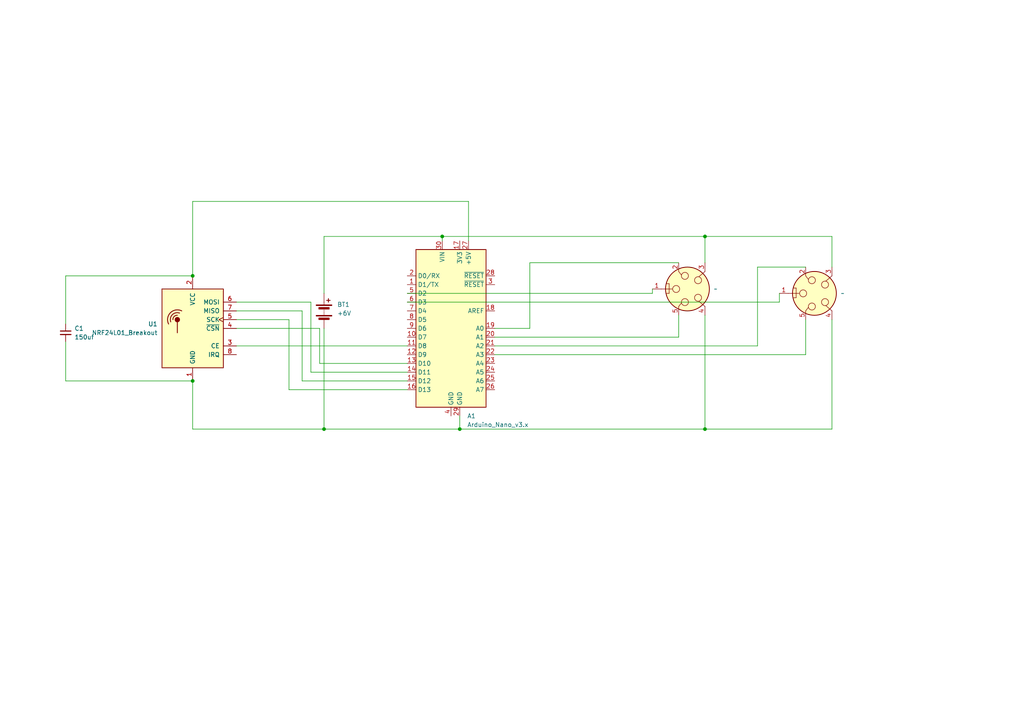
<source format=kicad_sch>
(kicad_sch (version 20250114) (generator "eeschema") (generator_version "9.0")
  (paper "A4")
  (title_block (title "Transmitter") (date "2025-11-16"))
  (lib_symbols
    (symbol "2-axis-dual-joystick:LEMO5" (pin_names (offset 1.016) (hide yes))
      (symbol "LEMO5_0_1"
        (polyline (pts (xy -5.08 5.08) (xy -3.556 3.302)))
        (polyline (pts (xy -5.08 -2.54) (xy -4.064 -1.778)))
        (circle (center -3.81 -0.7366) (radius 1.016))
        (circle (center -2.54 3.0734) (radius 1.016))
        (polyline (pts (xy -1.5494 -5.3086) (xy 1.27 -5.3086)))
        (polyline (pts (xy -1.5494 -6.096) (xy -1.5494 -5.3086)))
        (circle (center 0 0) (radius 6.35) (stroke (width 0.254)) (fill (type background)))
        (circle (center 0 -3.2766) (radius 1.016))
        (polyline (pts (xy 0 -7.62) (xy 0 -4.445)))
        (polyline (pts (xy 1.27 -5.3086) (xy 1.27 -6.096)))
        (circle (center 2.54 3.0734) (radius 1.016))
        (circle (center 3.81 -0.7366) (radius 1.016))
        (polyline (pts (xy 5.08 5.08) (xy 3.556 3.302)))
        (polyline (pts (xy 5.08 -2.54) (xy 4.064 -1.778)))
      )
      (symbol "LEMO5_1_1"
        (pin power_in line (at -7.62 5.08 0) (length 2.54) (name "VCC") (number "3"))
        (pin output line (at -7.62 -2.54 0) (length 2.54) (name "VR-x") (number "2"))
        (pin output line (at 0 -10.16 90) (length 2.54) (name "SW") (number "1"))
        (pin power_in line (at 7.62 5.08 180) (length 2.54) (name "GND") (number "4"))
        (pin output line (at 7.62 -2.54 180) (length 2.54) (name "VR-y") (number "5"))
      )
    )
    (symbol "Device:Battery" (pin_numbers (hide yes)) (pin_names (offset 0) (hide yes))
      (property "Reference" "BT" (at 2.54 2.54 0))
      (property "Value" "Battery" (at 2.54 0 0))
      (symbol "Battery_0_1"
        (rectangle (start -2.286 1.778) (end 2.286 1.524) (fill (type outline)))
        (rectangle (start -2.286 -1.27) (end 2.286 -1.524) (fill (type outline)))
        (rectangle (start -1.524 1.016) (end 1.524 0.508) (fill (type outline)))
        (rectangle (start -1.524 -2.032) (end 1.524 -2.54) (fill (type outline)))
        (polyline (pts (xy 0 1.778) (xy 0 2.54)))
        (polyline (pts (xy 0 0) (xy 0 0.254)))
        (polyline (pts (xy 0 -0.508) (xy 0 -0.254)))
        (polyline (pts (xy 0 -1.016) (xy 0 -0.762)))
        (polyline (pts (xy 0.762 3.048) (xy 1.778 3.048)) (stroke (width 0.254)))
        (polyline (pts (xy 1.27 3.556) (xy 1.27 2.54)) (stroke (width 0.254)))
      )
      (symbol "Battery_1_1"
        (pin passive line (at 0 5.08 270) (length 2.54) (name "+") (number "1"))
        (pin passive line (at 0 -5.08 90) (length 2.54) (name "-") (number "2"))
      )
    )
    (symbol "Device:C_Small" (pin_numbers (hide yes)) (pin_names (offset 0.254) (hide yes))
      (property "Reference" "C" (at 0.254 1.778 0))
      (property "Value" "C_Small" (at 0.254 -2.032 0))
      (symbol "C_Small_0_1"
        (polyline (pts (xy -1.524 0.508) (xy 1.524 0.508)) (stroke (width 0.3048)))
        (polyline (pts (xy -1.524 -0.508) (xy 1.524 -0.508)) (stroke (width 0.3302)))
      )
      (symbol "C_Small_1_1"
        (pin passive line (at 0 2.54 270) (length 2.032) (name "~") (number "1"))
        (pin passive line (at 0 -2.54 90) (length 2.032) (name "~") (number "2"))
      )
    )
    (symbol "MCU_Module:Arduino_Nano_v3.x"
      (property "Reference" "A" (at -10.16 23.495 0))
      (property "Value" "Arduino_Nano_v3.x" (at 5.08 -24.13 0))
      (symbol "Arduino_Nano_v3.x_0_1"
        (rectangle (start -10.16 22.86) (end 10.16 -22.86) (stroke (width 0.254)) (fill (type background)))
      )
      (symbol "Arduino_Nano_v3.x_1_1"
        (pin bidirectional line (at -12.7 15.24 0) (length 2.54) (name "D0/RX") (number "2"))
        (pin bidirectional line (at -12.7 12.7 0) (length 2.54) (name "D1/TX") (number "1"))
        (pin bidirectional line (at -12.7 10.16 0) (length 2.54) (name "D2") (number "5"))
        (pin bidirectional line (at -12.7 7.62 0) (length 2.54) (name "D3") (number "6"))
        (pin bidirectional line (at -12.7 5.08 0) (length 2.54) (name "D4") (number "7"))
        (pin bidirectional line (at -12.7 2.54 0) (length 2.54) (name "D5") (number "8"))
        (pin bidirectional line (at -12.7 0 0) (length 2.54) (name "D6") (number "9"))
        (pin bidirectional line (at -12.7 -2.54 0) (length 2.54) (name "D7") (number "10"))
        (pin bidirectional line (at -12.7 -5.08 0) (length 2.54) (name "D8") (number "11"))
        (pin bidirectional line (at -12.7 -7.62 0) (length 2.54) (name "D9") (number "12"))
        (pin bidirectional line (at -12.7 -10.16 0) (length 2.54) (name "D10") (number "13"))
        (pin bidirectional line (at -12.7 -12.7 0) (length 2.54) (name "D11") (number "14"))
        (pin bidirectional line (at -12.7 -15.24 0) (length 2.54) (name "D12") (number "15"))
        (pin bidirectional line (at -12.7 -17.78 0) (length 2.54) (name "D13") (number "16"))
        (pin power_in line (at -2.54 25.4 270) (length 2.54) (name "VIN") (number "30"))
        (pin power_in line (at 0 -25.4 90) (length 2.54) (name "GND") (number "4"))
        (pin power_out line (at 2.54 25.4 270) (length 2.54) (name "3V3") (number "17"))
        (pin power_in line (at 2.54 -25.4 90) (length 2.54) (name "GND") (number "29"))
        (pin power_out line (at 5.08 25.4 270) (length 2.54) (name "+5V") (number "27"))
        (pin input line (at 12.7 15.24 180) (length 2.54) (name "~{RESET}") (number "28"))
        (pin input line (at 12.7 12.7 180) (length 2.54) (name "~{RESET}") (number "3"))
        (pin input line (at 12.7 5.08 180) (length 2.54) (name "AREF") (number "18"))
        (pin bidirectional line (at 12.7 0 180) (length 2.54) (name "A0") (number "19"))
        (pin bidirectional line (at 12.7 -2.54 180) (length 2.54) (name "A1") (number "20"))
        (pin bidirectional line (at 12.7 -5.08 180) (length 2.54) (name "A2") (number "21"))
        (pin bidirectional line (at 12.7 -7.62 180) (length 2.54) (name "A3") (number "22"))
        (pin bidirectional line (at 12.7 -10.16 180) (length 2.54) (name "A4") (number "23"))
        (pin bidirectional line (at 12.7 -12.7 180) (length 2.54) (name "A5") (number "24"))
        (pin bidirectional line (at 12.7 -15.24 180) (length 2.54) (name "A6") (number "25"))
        (pin bidirectional line (at 12.7 -17.78 180) (length 2.54) (name "A7") (number "26"))
      )
    )
    (symbol "RF:NRF24L01_Breakout" (pin_names (offset 1.016))
      (property "Reference" "U" (at -8.89 12.7 0))
      (property "Value" "NRF24L01_Breakout" (at 3.81 12.7 0))
      (symbol "NRF24L01_Breakout_0_1"
        (rectangle (start -8.89 11.43) (end 8.89 -11.43) (stroke (width 0.254)) (fill (type background)))
        (arc (start 3.175 5.08) (mid 6.453 4.548) (end 6.985 1.27) (stroke (width 0.254)))
        (circle (center 4.445 2.54) (radius 0.635) (stroke (width 0.254)) (fill (type outline)))
        (polyline (pts (xy 4.445 1.905) (xy 4.445 -1.27)) (stroke (width 0.254)))
        (arc (start 3.81 4.445) (mid 5.8835 3.9785) (end 6.35 1.905) (stroke (width 0.254)))
        (arc (start 4.445 3.81) (mid 5.3558 3.4508) (end 5.715 2.54) (stroke (width 0.254)))
      )
      (symbol "NRF24L01_Breakout_1_1"
        (pin input line (at -12.7 7.62 0) (length 3.81) (name "MOSI") (number "6"))
        (pin output line (at -12.7 5.08 0) (length 3.81) (name "MISO") (number "7"))
        (pin input clock (at -12.7 2.54 0) (length 3.81) (name "SCK") (number "5"))
        (pin input line (at -12.7 0 0) (length 3.81) (name "~{CSN}") (number "4"))
        (pin input line (at -12.7 -5.08 0) (length 3.81) (name "CE") (number "3"))
        (pin output line (at -12.7 -7.62 0) (length 3.81) (name "IRQ") (number "8"))
        (pin power_in line (at 0 15.24 270) (length 3.81) (name "VCC") (number "2"))
        (pin power_in line (at 0 -15.24 90) (length 3.81) (name "GND") (number "1"))
      )
    )
  )
  (junction (at 204.47 68.58))
  (junction (at 55.88 80.01))
  (junction (at 93.98 124.46))
  (junction (at 133.35 124.46))
  (junction (at 55.88 110.49))
  (junction (at 128.27 68.58))
  (junction (at 204.47 124.46))
  (wire (pts (xy 204.47 68.58) (xy 204.47 76.2)))
  (wire (pts (xy 90.17 87.63) (xy 90.17 107.95)))
  (wire (pts (xy 241.3 68.58) (xy 241.3 77.47)))
  (wire (pts (xy 153.67 76.2) (xy 153.67 95.25)))
  (wire (pts (xy 68.58 92.71) (xy 83.82 92.71)))
  (wire (pts (xy 196.85 91.44) (xy 196.85 97.79)))
  (wire (pts (xy 233.68 77.47) (xy 219.71 77.47)))
  (wire (pts (xy 189.23 83.82) (xy 189.23 85.09)))
  (wire (pts (xy 92.71 95.25) (xy 92.71 105.41)))
  (wire (pts (xy 233.68 92.71) (xy 233.68 102.87)))
  (wire (pts (xy 55.88 124.46) (xy 93.98 124.46)))
  (wire (pts (xy 55.88 110.49) (xy 55.88 124.46)))
  (wire (pts (xy 19.05 80.01) (xy 55.88 80.01)))
  (wire (pts (xy 87.63 110.49) (xy 118.11 110.49)))
  (wire (pts (xy 219.71 77.47) (xy 219.71 100.33)))
  (wire (pts (xy 133.35 124.46) (xy 204.47 124.46)))
  (wire (pts (xy 226.06 87.63) (xy 118.11 87.63)))
  (wire (pts (xy 19.05 99.06) (xy 19.05 110.49)))
  (wire (pts (xy 128.27 68.58) (xy 128.27 69.85)))
  (wire (pts (xy 153.67 95.25) (xy 143.51 95.25)))
  (wire (pts (xy 204.47 91.44) (xy 204.47 124.46)))
  (wire (pts (xy 90.17 107.95) (xy 118.11 107.95)))
  (wire (pts (xy 133.35 124.46) (xy 133.35 120.65)))
  (wire (pts (xy 68.58 87.63) (xy 90.17 87.63)))
  (wire (pts (xy 92.71 105.41) (xy 118.11 105.41)))
  (wire (pts (xy 241.3 92.71) (xy 241.3 124.46)))
  (wire (pts (xy 68.58 95.25) (xy 92.71 95.25)))
  (wire (pts (xy 93.98 68.58) (xy 128.27 68.58)))
  (wire (pts (xy 68.58 100.33) (xy 118.11 100.33)))
  (wire (pts (xy 19.05 110.49) (xy 55.88 110.49)))
  (wire (pts (xy 83.82 113.03) (xy 118.11 113.03)))
  (wire (pts (xy 189.23 85.09) (xy 118.11 85.09)))
  (wire (pts (xy 196.85 97.79) (xy 143.51 97.79)))
  (wire (pts (xy 19.05 93.98) (xy 19.05 80.01)))
  (wire (pts (xy 128.27 68.58) (xy 204.47 68.58)))
  (wire (pts (xy 233.68 102.87) (xy 143.51 102.87)))
  (wire (pts (xy 93.98 95.25) (xy 93.98 124.46)))
  (wire (pts (xy 55.88 58.42) (xy 55.88 80.01)))
  (wire (pts (xy 204.47 124.46) (xy 241.3 124.46)))
  (wire (pts (xy 87.63 90.17) (xy 87.63 110.49)))
  (wire (pts (xy 135.89 58.42) (xy 55.88 58.42)))
  (wire (pts (xy 68.58 90.17) (xy 87.63 90.17)))
  (wire (pts (xy 226.06 85.09) (xy 226.06 87.63)))
  (wire (pts (xy 83.82 92.71) (xy 83.82 113.03)))
  (wire (pts (xy 135.89 69.85) (xy 135.89 58.42)))
  (wire (pts (xy 219.71 100.33) (xy 143.51 100.33)))
  (wire (pts (xy 93.98 85.09) (xy 93.98 68.58)))
  (wire (pts (xy 204.47 68.58) (xy 241.3 68.58)))
  (wire (pts (xy 93.98 124.46) (xy 133.35 124.46)))
  (wire (pts (xy 196.85 76.2) (xy 153.67 76.2)))
  (symbol (lib_id "Device:C_Small") (at 19.05 96.52 0) (unit 1)
    (property "Reference" "C1" (at 21.59 95.2562 0) (effects (justify left)))
    (property "Value" "150uf" (at 21.59 97.7962 0) (effects (justify left)))
    (property "Description" "Unpolarized capacitor, small symbol" (effects (hide yes)))
  )
  (symbol (lib_id "RF:NRF24L01_Breakout") (at 55.88 95.25 0) (mirror y) (unit 1)
    (property "Reference" "U1" (at 45.72 93.9799 0) (effects (justify left)))
    (property "Value" "NRF24L01_Breakout" (at 45.72 96.5199 0) (effects (justify left)))
    (property "Footprint" "RF_Module:nRF24L01_Breakout" (effects (hide yes)))
    (property "Datasheet" "http://www.nordicsemi.com/eng/content/download/2730/34105/file/nRF24L01_Product_Specification_v2_0.pdf" (effects (hide yes)))
    (property "Description" "Ultra low power 2.4GHz RF Transceiver, Carrier PCB" (effects (hide yes)))
  )
  (symbol (lib_id "MCU_Module:Arduino_Nano_v3.x") (at 130.81 95.25 0) (unit 1)
    (property "Reference" "A1" (at 135.4933 120.65 0) (effects (justify left)))
    (property "Value" "Arduino_Nano_v3.x" (at 135.4933 123.19 0) (effects (justify left)))
    (property "Footprint" "Module:Arduino_Nano" (effects (hide yes)))
    (property "Datasheet" "http://www.mouser.com/pdfdocs/Gravitech_Arduino_Nano3_0.pdf" (effects (hide yes)))
    (property "Description" "Arduino Nano v3.x" (effects (hide yes)))
  )
  (symbol (lib_id "2-axis-dual-joystick:LEMO5") (at 199.39 83.82 270) (unit 1)
    (property "Reference" "J1" (effects (hide yes)))
    (property "Value" "~" (at 207.01 83.8199 90) (effects (justify left)))
    (property "Description" "2-axis joystick" (effects (hide yes)))
  )
  (symbol (lib_id "Device:Battery") (at 93.98 90.17 0) (unit 1)
    (property "Reference" "BT1" (at 97.79 88.3284 0) (effects (justify left)))
    (property "Value" "+6V" (at 97.79 90.8684 0) (effects (justify left)))
    (property "Description" "Multiple-cell battery" (effects (hide yes)))
  )
  (symbol (lib_id "2-axis-dual-joystick:LEMO5") (at 236.22 85.09 270) (unit 1)
    (property "Reference" "J2" (effects (hide yes)))
    (property "Value" "~" (at 243.84 85.0899 90) (effects (justify left)))
    (property "Description" "2-axis joystick" (effects (hide yes)))
  )
)
</source>
